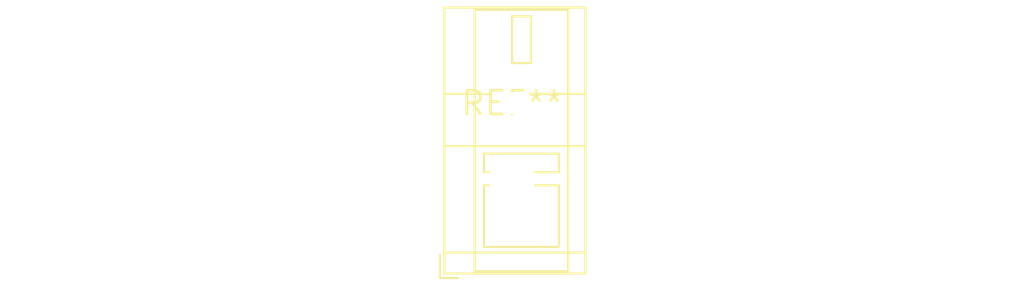
<source format=kicad_pcb>
(kicad_pcb (version 20240108) (generator pcbnew)
  (layers (0 "F.Cu" signal) (31 "B.Cu" signal) (34 "B.Paste" user) (35 "F.Paste" user) (36 "B.SilkS" user "B.Silkscreen") (37 "F.SilkS" user "F.Silkscreen") (38 "B.Mask" user) (39 "F.Mask" user) (44 "Edge.Cuts" user))
  (net 0 "")
  (footprint "TerminalBlock_WAGO_236-401_1x01_P5.00mm_45Degree" (layer "F.Cu") (at 0 0)
    (property "Reference" "REF**")
    (property "Value" "TerminalBlock_WAGO_236-401_1x01_P5.00mm_45Degree")
    (fp_line (start -3.86 8.12) (end -3.86 9.36) (layer "F.SilkS") (stroke (width 0.12)))
    (fp_line (start -3.86 9.36) (end -2.86 9.36) (layer "F.SilkS") (stroke (width 0.12)))
    (fp_line (start -3.62 -5.12) (end -3.62 9.12) (layer "F.SilkS") (stroke (width 0.12)))
    (fp_line (start -3.62 -5.12) (end 3.92 -5.12) (layer "F.SilkS") (stroke (width 0.12)))
    (fp_line (start -3.62 -0.5) (end -1.23 -0.5) (layer "F.SilkS") (stroke (width 0.12)))
    (fp_line (start -3.62 2.3) (end 3.92 2.3) (layer "F.SilkS") (stroke (width 0.12)))
    (fp_line (start -3.62 8) (end 3.92 8) (layer "F.SilkS") (stroke (width 0.12)))
    (fp_line (start -3.62 9.12) (end 3.92 9.12) (layer "F.SilkS") (stroke (width 0.12)))
    (fp_line (start -2 -5) (end -2 9) (layer "F.SilkS") (stroke (width 0.12)))
    (fp_line (start -2 -5) (end 3 -5) (layer "F.SilkS") (stroke (width 0.12)))
    (fp_line (start -2 9) (end 3 9) (layer "F.SilkS") (stroke (width 0.12)))
    (fp_line (start -1.5 2.7) (end -1.5 3.7) (layer "F.SilkS") (stroke (width 0.12)))
    (fp_line (start -1.5 2.7) (end 2.5 2.7) (layer "F.SilkS") (stroke (width 0.12)))
    (fp_line (start -1.5 3.7) (end -1.23 3.7) (layer "F.SilkS") (stroke (width 0.12)))
    (fp_line (start -1.5 4.4) (end -1.5 7.7) (layer "F.SilkS") (stroke (width 0.12)))
    (fp_line (start -1.5 4.4) (end -1.23 4.4) (layer "F.SilkS") (stroke (width 0.12)))
    (fp_line (start -1.5 7.7) (end 2.5 7.7) (layer "F.SilkS") (stroke (width 0.12)))
    (fp_line (start 0 -4.65) (end 0 -2.151) (layer "F.SilkS") (stroke (width 0.12)))
    (fp_line (start 0 -4.65) (end 1 -4.65) (layer "F.SilkS") (stroke (width 0.12)))
    (fp_line (start 0 -2.151) (end 1 -2.151) (layer "F.SilkS") (stroke (width 0.12)))
    (fp_line (start 1 -4.65) (end 1 -2.151) (layer "F.SilkS") (stroke (width 0.12)))
    (fp_line (start 1.23 -0.5) (end 3.92 -0.5) (layer "F.SilkS") (stroke (width 0.12)))
    (fp_line (start 1.23 3.7) (end 2.5 3.7) (layer "F.SilkS") (stroke (width 0.12)))
    (fp_line (start 1.23 4.4) (end 2.5 4.4) (layer "F.SilkS") (stroke (width 0.12)))
    (fp_line (start 2.5 2.7) (end 2.5 3.7) (layer "F.SilkS") (stroke (width 0.12)))
    (fp_line (start 2.5 4.4) (end 2.5 7.7) (layer "F.SilkS") (stroke (width 0.12)))
    (fp_line (start 3 -5) (end 3 9) (layer "F.SilkS") (stroke (width 0.12)))
    (fp_line (start 3.92 -5.12) (end 3.92 9.12) (layer "F.SilkS") (stroke (width 0.12)))
    (pad "1" thru_hole rect (at 0 0) (size 1.5 3) (drill 1.15) (layers *.Cu *.Mask) (remove_unused_layers))
    (pad "1" thru_hole rect (at 0 5) (size 1.5 3) (drill 1.15) (layers *.Cu *.Mask) (remove_unused_layers))
  )
)
</source>
